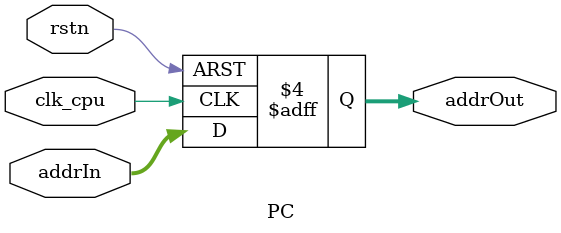
<source format=v>
`timescale 1ns / 1ps


module PC(input[31:0] addrIn,
input rstn,
input clk_cpu,
output reg[31:0]addrOut);
parameter PC_NUM=20;

initial
begin
addrOut<=32'b0;
end

always@(posedge clk_cpu or negedge rstn)
begin
if(!rstn) begin 
        addrOut <= 32'b0;
    end
 else 
    begin
     addrOut<=addrIn;
 end 
end  

    
endmodule


</source>
